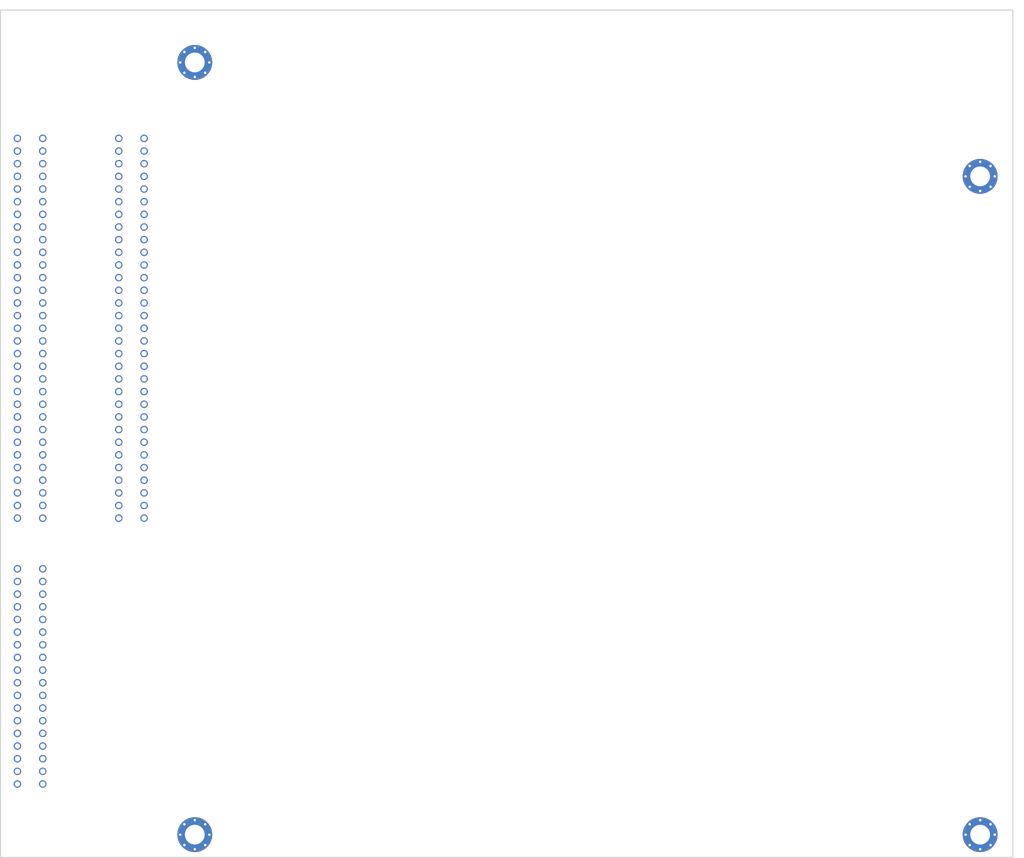
<source format=kicad_pcb>
(kicad_pcb (version 20240108) (generator "pcbnew") (generator_version "8.0")
  (footprint "8bISA" (layer "F.Cu") (at 111.7552 15.24 0)
    (pad "A1" thru_hole circle (at 2.54 0) (size 1.5 1.5) (drill 1.016) (layers "*.Cu" "*.Mask"))
    (pad "A2" thru_hole circle (at 2.54 2.54) (size 1.5 1.5) (drill 1.016) (layers "*.Cu" "*.Mask"))
    (pad "A3" thru_hole circle (at 2.54 5.08) (size 1.5 1.5) (drill 1.016) (layers "*.Cu" "*.Mask"))
    (pad "A4" thru_hole circle (at 2.54 7.62) (size 1.5 1.5) (drill 1.016) (layers "*.Cu" "*.Mask"))
    (pad "A5" thru_hole circle (at 2.54 10.16) (size 1.5 1.5) (drill 1.016) (layers "*.Cu" "*.Mask"))
    (pad "A6" thru_hole circle (at 2.54 12.70) (size 1.5 1.5) (drill 1.016) (layers "*.Cu" "*.Mask"))
    (pad "A7" thru_hole circle (at 2.54 15.24) (size 1.5 1.5) (drill 1.016) (layers "*.Cu" "*.Mask"))
    (pad "A8" thru_hole circle (at 2.54 17.78) (size 1.5 1.5) (drill 1.016) (layers "*.Cu" "*.Mask"))
    (pad "A9" thru_hole circle (at 2.54 20.32) (size 1.5 1.5) (drill 1.016) (layers "*.Cu" "*.Mask"))
    (pad "A10" thru_hole circle (at 2.54 22.86) (size 1.5 1.5) (drill 1.016) (layers "*.Cu" "*.Mask"))
    (pad "A11" thru_hole circle (at 2.54 25.40) (size 1.5 1.5) (drill 1.016) (layers "*.Cu" "*.Mask"))
    (pad "A12" thru_hole circle (at 2.54 27.94) (size 1.5 1.5) (drill 1.016) (layers "*.Cu" "*.Mask"))
    (pad "A13" thru_hole circle (at 2.54 30.48) (size 1.5 1.5) (drill 1.016) (layers "*.Cu" "*.Mask"))
    (pad "A14" thru_hole circle (at 2.54 33.02) (size 1.5 1.5) (drill 1.016) (layers "*.Cu" "*.Mask"))
    (pad "A15" thru_hole circle (at 2.54 35.56) (size 1.5 1.5) (drill 1.016) (layers "*.Cu" "*.Mask"))
    (pad "A16" thru_hole circle (at 2.54 38.10) (size 1.5 1.5) (drill 1.016) (layers "*.Cu" "*.Mask"))
    (pad "A17" thru_hole circle (at 2.54 40.64) (size 1.5 1.5) (drill 1.016) (layers "*.Cu" "*.Mask"))
    (pad "A18" thru_hole circle (at 2.54 43.18) (size 1.5 1.5) (drill 1.016) (layers "*.Cu" "*.Mask"))
    (pad "A19" thru_hole circle (at 2.54 45.72) (size 1.5 1.5) (drill 1.016) (layers "*.Cu" "*.Mask"))
    (pad "A20" thru_hole circle (at 2.54 48.26) (size 1.5 1.5) (drill 1.016) (layers "*.Cu" "*.Mask"))
    (pad "A21" thru_hole circle (at 2.54 50.80) (size 1.5 1.5) (drill 1.016) (layers "*.Cu" "*.Mask"))
    (pad "A22" thru_hole circle (at 2.54 53.34) (size 1.5 1.5) (drill 1.016) (layers "*.Cu" "*.Mask"))
    (pad "A23" thru_hole circle (at 2.54 55.88) (size 1.5 1.5) (drill 1.016) (layers "*.Cu" "*.Mask"))
    (pad "A24" thru_hole circle (at 2.54 58.42) (size 1.5 1.5) (drill 1.016) (layers "*.Cu" "*.Mask"))
    (pad "A25" thru_hole circle (at 2.54 60.96) (size 1.5 1.5) (drill 1.016) (layers "*.Cu" "*.Mask"))
    (pad "A26" thru_hole circle (at 2.54 63.50) (size 1.5 1.5) (drill 1.016) (layers "*.Cu" "*.Mask"))
    (pad "A27" thru_hole circle (at 2.54 66.04) (size 1.5 1.5) (drill 1.016) (layers "*.Cu" "*.Mask"))
    (pad "A28" thru_hole circle (at 2.54 68.58) (size 1.5 1.5) (drill 1.016) (layers "*.Cu" "*.Mask"))
    (pad "A29" thru_hole circle (at 2.54 71.12) (size 1.5 1.5) (drill 1.016) (layers "*.Cu" "*.Mask"))
    (pad "A30" thru_hole circle (at 2.54 73.66) (size 1.5 1.5) (drill 1.016) (layers "*.Cu" "*.Mask"))
    (pad "A31" thru_hole circle (at 2.54 76.20) (size 1.5 1.5) (drill 1.016) (layers "*.Cu" "*.Mask"))
    (pad "B1" thru_hole circle (at -2.54 0) (size 1.5 1.5) (drill 1.016) (layers "*.Cu" "*.Mask"))
    (pad "B2" thru_hole circle (at -2.54 2.54) (size 1.5 1.5) (drill 1.016) (layers "*.Cu" "*.Mask"))
    (pad "B3" thru_hole circle (at -2.54 5.08) (size 1.5 1.5) (drill 1.016) (layers "*.Cu" "*.Mask"))
    (pad "B4" thru_hole circle (at -2.54 7.62) (size 1.5 1.5) (drill 1.016) (layers "*.Cu" "*.Mask"))
    (pad "B5" thru_hole circle (at -2.54 10.16) (size 1.5 1.5) (drill 1.016) (layers "*.Cu" "*.Mask"))
    (pad "B6" thru_hole circle (at -2.54 12.70) (size 1.5 1.5) (drill 1.016) (layers "*.Cu" "*.Mask"))
    (pad "B7" thru_hole circle (at -2.54 15.24) (size 1.5 1.5) (drill 1.016) (layers "*.Cu" "*.Mask"))
    (pad "B8" thru_hole circle (at -2.54 17.78) (size 1.5 1.5) (drill 1.016) (layers "*.Cu" "*.Mask"))
    (pad "B9" thru_hole circle (at -2.54 20.32) (size 1.5 1.5) (drill 1.016) (layers "*.Cu" "*.Mask"))
    (pad "B10" thru_hole circle (at -2.54 22.86) (size 1.5 1.5) (drill 1.016) (layers "*.Cu" "*.Mask"))
    (pad "B11" thru_hole circle (at -2.54 25.40) (size 1.5 1.5) (drill 1.016) (layers "*.Cu" "*.Mask"))
    (pad "B12" thru_hole circle (at -2.54 27.94) (size 1.5 1.5) (drill 1.016) (layers "*.Cu" "*.Mask"))
    (pad "B13" thru_hole circle (at -2.54 30.48) (size 1.5 1.5) (drill 1.016) (layers "*.Cu" "*.Mask"))
    (pad "B14" thru_hole circle (at -2.54 33.02) (size 1.5 1.5) (drill 1.016) (layers "*.Cu" "*.Mask"))
    (pad "B15" thru_hole circle (at -2.54 35.56) (size 1.5 1.5) (drill 1.016) (layers "*.Cu" "*.Mask"))
    (pad "B16" thru_hole circle (at -2.54 38.10) (size 1.5 1.5) (drill 1.016) (layers "*.Cu" "*.Mask"))
    (pad "B17" thru_hole circle (at -2.54 40.64) (size 1.5 1.5) (drill 1.016) (layers "*.Cu" "*.Mask"))
    (pad "B18" thru_hole circle (at -2.54 43.18) (size 1.5 1.5) (drill 1.016) (layers "*.Cu" "*.Mask"))
    (pad "B19" thru_hole circle (at -2.54 45.72) (size 1.5 1.5) (drill 1.016) (layers "*.Cu" "*.Mask"))
    (pad "B20" thru_hole circle (at -2.54 48.26) (size 1.5 1.5) (drill 1.016) (layers "*.Cu" "*.Mask"))
    (pad "B21" thru_hole circle (at -2.54 50.80) (size 1.5 1.5) (drill 1.016) (layers "*.Cu" "*.Mask"))
    (pad "B22" thru_hole circle (at -2.54 53.34) (size 1.5 1.5) (drill 1.016) (layers "*.Cu" "*.Mask"))
    (pad "B23" thru_hole circle (at -2.54 55.88) (size 1.5 1.5) (drill 1.016) (layers "*.Cu" "*.Mask"))
    (pad "B24" thru_hole circle (at -2.54 58.42) (size 1.5 1.5) (drill 1.016) (layers "*.Cu" "*.Mask"))
    (pad "B25" thru_hole circle (at -2.54 60.96) (size 1.5 1.5) (drill 1.016) (layers "*.Cu" "*.Mask"))
    (pad "B26" thru_hole circle (at -2.54 63.50) (size 1.5 1.5) (drill 1.016) (layers "*.Cu" "*.Mask"))
    (pad "B27" thru_hole circle (at -2.54 66.04) (size 1.5 1.5) (drill 1.016) (layers "*.Cu" "*.Mask"))
    (pad "B28" thru_hole circle (at -2.54 68.58) (size 1.5 1.5) (drill 1.016) (layers "*.Cu" "*.Mask"))
    (pad "B29" thru_hole circle (at -2.54 71.12) (size 1.5 1.5) (drill 1.016) (layers "*.Cu" "*.Mask"))
    (pad "B30" thru_hole circle (at -2.54 73.66) (size 1.5 1.5) (drill 1.016) (layers "*.Cu" "*.Mask"))
    (pad "B31" thru_hole circle (at -2.54 76.20) (size 1.5 1.5) (drill 1.016) (layers "*.Cu" "*.Mask"))
  )
  (footprint "16bISA" (layer "F.Cu") (at 91.4352 15.24 0)
    (pad "A1" thru_hole circle (at 2.54 0) (size 1.5 1.5) (drill 1.016) (layers "*.Cu" "*.Mask"))
    (pad "A2" thru_hole circle (at 2.54 2.54) (size 1.5 1.5) (drill 1.016) (layers "*.Cu" "*.Mask"))
    (pad "A3" thru_hole circle (at 2.54 5.08) (size 1.5 1.5) (drill 1.016) (layers "*.Cu" "*.Mask"))
    (pad "A4" thru_hole circle (at 2.54 7.62) (size 1.5 1.5) (drill 1.016) (layers "*.Cu" "*.Mask"))
    (pad "A5" thru_hole circle (at 2.54 10.16) (size 1.5 1.5) (drill 1.016) (layers "*.Cu" "*.Mask"))
    (pad "A6" thru_hole circle (at 2.54 12.70) (size 1.5 1.5) (drill 1.016) (layers "*.Cu" "*.Mask"))
    (pad "A7" thru_hole circle (at 2.54 15.24) (size 1.5 1.5) (drill 1.016) (layers "*.Cu" "*.Mask"))
    (pad "A8" thru_hole circle (at 2.54 17.78) (size 1.5 1.5) (drill 1.016) (layers "*.Cu" "*.Mask"))
    (pad "A9" thru_hole circle (at 2.54 20.32) (size 1.5 1.5) (drill 1.016) (layers "*.Cu" "*.Mask"))
    (pad "A10" thru_hole circle (at 2.54 22.86) (size 1.5 1.5) (drill 1.016) (layers "*.Cu" "*.Mask"))
    (pad "A11" thru_hole circle (at 2.54 25.40) (size 1.5 1.5) (drill 1.016) (layers "*.Cu" "*.Mask"))
    (pad "A12" thru_hole circle (at 2.54 27.94) (size 1.5 1.5) (drill 1.016) (layers "*.Cu" "*.Mask"))
    (pad "A13" thru_hole circle (at 2.54 30.48) (size 1.5 1.5) (drill 1.016) (layers "*.Cu" "*.Mask"))
    (pad "A14" thru_hole circle (at 2.54 33.02) (size 1.5 1.5) (drill 1.016) (layers "*.Cu" "*.Mask"))
    (pad "A15" thru_hole circle (at 2.54 35.56) (size 1.5 1.5) (drill 1.016) (layers "*.Cu" "*.Mask"))
    (pad "A16" thru_hole circle (at 2.54 38.10) (size 1.5 1.5) (drill 1.016) (layers "*.Cu" "*.Mask"))
    (pad "A17" thru_hole circle (at 2.54 40.64) (size 1.5 1.5) (drill 1.016) (layers "*.Cu" "*.Mask"))
    (pad "A18" thru_hole circle (at 2.54 43.18) (size 1.5 1.5) (drill 1.016) (layers "*.Cu" "*.Mask"))
    (pad "A19" thru_hole circle (at 2.54 45.72) (size 1.5 1.5) (drill 1.016) (layers "*.Cu" "*.Mask"))
    (pad "A20" thru_hole circle (at 2.54 48.26) (size 1.5 1.5) (drill 1.016) (layers "*.Cu" "*.Mask"))
    (pad "A21" thru_hole circle (at 2.54 50.80) (size 1.5 1.5) (drill 1.016) (layers "*.Cu" "*.Mask"))
    (pad "A22" thru_hole circle (at 2.54 53.34) (size 1.5 1.5) (drill 1.016) (layers "*.Cu" "*.Mask"))
    (pad "A23" thru_hole circle (at 2.54 55.88) (size 1.5 1.5) (drill 1.016) (layers "*.Cu" "*.Mask"))
    (pad "A24" thru_hole circle (at 2.54 58.42) (size 1.5 1.5) (drill 1.016) (layers "*.Cu" "*.Mask"))
    (pad "A25" thru_hole circle (at 2.54 60.96) (size 1.5 1.5) (drill 1.016) (layers "*.Cu" "*.Mask"))
    (pad "A26" thru_hole circle (at 2.54 63.50) (size 1.5 1.5) (drill 1.016) (layers "*.Cu" "*.Mask"))
    (pad "A27" thru_hole circle (at 2.54 66.04) (size 1.5 1.5) (drill 1.016) (layers "*.Cu" "*.Mask"))
    (pad "A28" thru_hole circle (at 2.54 68.58) (size 1.5 1.5) (drill 1.016) (layers "*.Cu" "*.Mask"))
    (pad "A29" thru_hole circle (at 2.54 71.12) (size 1.5 1.5) (drill 1.016) (layers "*.Cu" "*.Mask"))
    (pad "A30" thru_hole circle (at 2.54 73.66) (size 1.5 1.5) (drill 1.016) (layers "*.Cu" "*.Mask"))
    (pad "A31" thru_hole circle (at 2.54 76.20) (size 1.5 1.5) (drill 1.016) (layers "*.Cu" "*.Mask"))
    (pad "A32" thru_hole circle (at 2.54 86.36) (size 1.5 1.5) (drill 1.016) (layers "*.Cu" "*.Mask"))
    (pad "A33" thru_hole circle (at 2.54 88.90) (size 1.5 1.5) (drill 1.016) (layers "*.Cu" "*.Mask"))
    (pad "A34" thru_hole circle (at 2.54 91.44) (size 1.5 1.5) (drill 1.016) (layers "*.Cu" "*.Mask"))
    (pad "A35" thru_hole circle (at 2.54 93.98) (size 1.5 1.5) (drill 1.016) (layers "*.Cu" "*.Mask"))
    (pad "A36" thru_hole circle (at 2.54 96.52) (size 1.5 1.5) (drill 1.016) (layers "*.Cu" "*.Mask"))
    (pad "A37" thru_hole circle (at 2.54 99.06) (size 1.5 1.5) (drill 1.016) (layers "*.Cu" "*.Mask"))
    (pad "A38" thru_hole circle (at 2.54 101.60) (size 1.5 1.5) (drill 1.016) (layers "*.Cu" "*.Mask"))
    (pad "A39" thru_hole circle (at 2.54 104.14) (size 1.5 1.5) (drill 1.016) (layers "*.Cu" "*.Mask"))
    (pad "A40" thru_hole circle (at 2.54 106.68) (size 1.5 1.5) (drill 1.016) (layers "*.Cu" "*.Mask"))
    (pad "A41" thru_hole circle (at 2.54 109.22) (size 1.5 1.5) (drill 1.016) (layers "*.Cu" "*.Mask"))
    (pad "A42" thru_hole circle (at 2.54 111.76) (size 1.5 1.5) (drill 1.016) (layers "*.Cu" "*.Mask"))
    (pad "A43" thru_hole circle (at 2.54 114.30) (size 1.5 1.5) (drill 1.016) (layers "*.Cu" "*.Mask"))
    (pad "A44" thru_hole circle (at 2.54 116.84) (size 1.5 1.5) (drill 1.016) (layers "*.Cu" "*.Mask"))
    (pad "A45" thru_hole circle (at 2.54 119.38) (size 1.5 1.5) (drill 1.016) (layers "*.Cu" "*.Mask"))
    (pad "A46" thru_hole circle (at 2.54 121.92) (size 1.5 1.5) (drill 1.016) (layers "*.Cu" "*.Mask"))
    (pad "A47" thru_hole circle (at 2.54 124.46) (size 1.5 1.5) (drill 1.016) (layers "*.Cu" "*.Mask"))
    (pad "A48" thru_hole circle (at 2.54 127.00) (size 1.5 1.5) (drill 1.016) (layers "*.Cu" "*.Mask"))
    (pad "A49" thru_hole circle (at 2.54 129.54) (size 1.5 1.5) (drill 1.016) (layers "*.Cu" "*.Mask"))
    (pad "B1" thru_hole circle (at -2.54 0) (size 1.5 1.5) (drill 1.016) (layers "*.Cu" "*.Mask"))
    (pad "B2" thru_hole circle (at -2.54 2.54) (size 1.5 1.5) (drill 1.016) (layers "*.Cu" "*.Mask"))
    (pad "B3" thru_hole circle (at -2.54 5.08) (size 1.5 1.5) (drill 1.016) (layers "*.Cu" "*.Mask"))
    (pad "B4" thru_hole circle (at -2.54 7.62) (size 1.5 1.5) (drill 1.016) (layers "*.Cu" "*.Mask"))
    (pad "B5" thru_hole circle (at -2.54 10.16) (size 1.5 1.5) (drill 1.016) (layers "*.Cu" "*.Mask"))
    (pad "B6" thru_hole circle (at -2.54 12.70) (size 1.5 1.5) (drill 1.016) (layers "*.Cu" "*.Mask"))
    (pad "B7" thru_hole circle (at -2.54 15.24) (size 1.5 1.5) (drill 1.016) (layers "*.Cu" "*.Mask"))
    (pad "B8" thru_hole circle (at -2.54 17.78) (size 1.5 1.5) (drill 1.016) (layers "*.Cu" "*.Mask"))
    (pad "B9" thru_hole circle (at -2.54 20.32) (size 1.5 1.5) (drill 1.016) (layers "*.Cu" "*.Mask"))
    (pad "B10" thru_hole circle (at -2.54 22.86) (size 1.5 1.5) (drill 1.016) (layers "*.Cu" "*.Mask"))
    (pad "B11" thru_hole circle (at -2.54 25.40) (size 1.5 1.5) (drill 1.016) (layers "*.Cu" "*.Mask"))
    (pad "B12" thru_hole circle (at -2.54 27.94) (size 1.5 1.5) (drill 1.016) (layers "*.Cu" "*.Mask"))
    (pad "B13" thru_hole circle (at -2.54 30.48) (size 1.5 1.5) (drill 1.016) (layers "*.Cu" "*.Mask"))
    (pad "B14" thru_hole circle (at -2.54 33.02) (size 1.5 1.5) (drill 1.016) (layers "*.Cu" "*.Mask"))
    (pad "B15" thru_hole circle (at -2.54 35.56) (size 1.5 1.5) (drill 1.016) (layers "*.Cu" "*.Mask"))
    (pad "B16" thru_hole circle (at -2.54 38.10) (size 1.5 1.5) (drill 1.016) (layers "*.Cu" "*.Mask"))
    (pad "B17" thru_hole circle (at -2.54 40.64) (size 1.5 1.5) (drill 1.016) (layers "*.Cu" "*.Mask"))
    (pad "B18" thru_hole circle (at -2.54 43.18) (size 1.5 1.5) (drill 1.016) (layers "*.Cu" "*.Mask"))
    (pad "B19" thru_hole circle (at -2.54 45.72) (size 1.5 1.5) (drill 1.016) (layers "*.Cu" "*.Mask"))
    (pad "B20" thru_hole circle (at -2.54 48.26) (size 1.5 1.5) (drill 1.016) (layers "*.Cu" "*.Mask"))
    (pad "B21" thru_hole circle (at -2.54 50.80) (size 1.5 1.5) (drill 1.016) (layers "*.Cu" "*.Mask"))
    (pad "B22" thru_hole circle (at -2.54 53.34) (size 1.5 1.5) (drill 1.016) (layers "*.Cu" "*.Mask"))
    (pad "B23" thru_hole circle (at -2.54 55.88) (size 1.5 1.5) (drill 1.016) (layers "*.Cu" "*.Mask"))
    (pad "B24" thru_hole circle (at -2.54 58.42) (size 1.5 1.5) (drill 1.016) (layers "*.Cu" "*.Mask"))
    (pad "B25" thru_hole circle (at -2.54 60.96) (size 1.5 1.5) (drill 1.016) (layers "*.Cu" "*.Mask"))
    (pad "B26" thru_hole circle (at -2.54 63.50) (size 1.5 1.5) (drill 1.016) (layers "*.Cu" "*.Mask"))
    (pad "B27" thru_hole circle (at -2.54 66.04) (size 1.5 1.5) (drill 1.016) (layers "*.Cu" "*.Mask"))
    (pad "B28" thru_hole circle (at -2.54 68.58) (size 1.5 1.5) (drill 1.016) (layers "*.Cu" "*.Mask"))
    (pad "B29" thru_hole circle (at -2.54 71.12) (size 1.5 1.5) (drill 1.016) (layers "*.Cu" "*.Mask"))
    (pad "B30" thru_hole circle (at -2.54 73.66) (size 1.5 1.5) (drill 1.016) (layers "*.Cu" "*.Mask"))
    (pad "B31" thru_hole circle (at -2.54 76.20) (size 1.5 1.5) (drill 1.016) (layers "*.Cu" "*.Mask"))
    (pad "B32" thru_hole circle (at -2.54 86.36) (size 1.5 1.5) (drill 1.016) (layers "*.Cu" "*.Mask"))
    (pad "B33" thru_hole circle (at -2.54 88.90) (size 1.5 1.5) (drill 1.016) (layers "*.Cu" "*.Mask"))
    (pad "B34" thru_hole circle (at -2.54 91.44) (size 1.5 1.5) (drill 1.016) (layers "*.Cu" "*.Mask"))
    (pad "B35" thru_hole circle (at -2.54 93.98) (size 1.5 1.5) (drill 1.016) (layers "*.Cu" "*.Mask"))
    (pad "B36" thru_hole circle (at -2.54 96.52) (size 1.5 1.5) (drill 1.016) (layers "*.Cu" "*.Mask"))
    (pad "B37" thru_hole circle (at -2.54 99.06) (size 1.5 1.5) (drill 1.016) (layers "*.Cu" "*.Mask"))
    (pad "B38" thru_hole circle (at -2.54 101.60) (size 1.5 1.5) (drill 1.016) (layers "*.Cu" "*.Mask"))
    (pad "B39" thru_hole circle (at -2.54 104.14) (size 1.5 1.5) (drill 1.016) (layers "*.Cu" "*.Mask"))
    (pad "B40" thru_hole circle (at -2.54 106.68) (size 1.5 1.5) (drill 1.016) (layers "*.Cu" "*.Mask"))
    (pad "B41" thru_hole circle (at -2.54 109.22) (size 1.5 1.5) (drill 1.016) (layers "*.Cu" "*.Mask"))
    (pad "B42" thru_hole circle (at -2.54 111.76) (size 1.5 1.5) (drill 1.016) (layers "*.Cu" "*.Mask"))
    (pad "B43" thru_hole circle (at -2.54 114.30) (size 1.5 1.5) (drill 1.016) (layers "*.Cu" "*.Mask"))
    (pad "B44" thru_hole circle (at -2.54 116.84) (size 1.5 1.5) (drill 1.016) (layers "*.Cu" "*.Mask"))
    (pad "B45" thru_hole circle (at -2.54 119.38) (size 1.5 1.5) (drill 1.016) (layers "*.Cu" "*.Mask"))
    (pad "B46" thru_hole circle (at -2.54 121.92) (size 1.5 1.5) (drill 1.016) (layers "*.Cu" "*.Mask"))
    (pad "B47" thru_hole circle (at -2.54 124.46) (size 1.5 1.5) (drill 1.016) (layers "*.Cu" "*.Mask"))
    (pad "B48" thru_hole circle (at -2.54 127.00) (size 1.5 1.5) (drill 1.016) (layers "*.Cu" "*.Mask"))
    (pad "B49" thru_hole circle (at -2.54 129.54) (size 1.5 1.5) (drill 1.016) (layers "*.Cu" "*.Mask"))
  )
  (footprint "HOLE" (layer "F.Cu") (at 124.46 0 0)
    (pad "" thru_hole circle (at 0 0) (size 7 7) (drill 3.9624) (layers "*.Cu" "*.Mask"))
    (pad "" thru_hole circle (at 0 2.921) (size 0.6 0.6) (drill 0.5) (layers "*.Cu" "*.Mask"))
    (pad "" thru_hole circle (at 0 -2.921) (size 0.6 0.6) (drill 0.5) (layers "*.Cu" "*.Mask"))
    (pad "" thru_hole circle (at 2.921 0) (size 0.6 0.6) (drill 0.5) (layers "*.Cu" "*.Mask"))
    (pad "" thru_hole circle (at -2.921 0) (size 0.6 0.6) (drill 0.5) (layers "*.Cu" "*.Mask"))
    (pad "" thru_hole circle (at 2.0828 2.0828) (size 0.6 0.6) (drill 0.5) (layers "*.Cu" "*.Mask"))
    (pad "" thru_hole circle (at -2.0828 2.0828) (size 0.6 0.6) (drill 0.5) (layers "*.Cu" "*.Mask"))
    (pad "" thru_hole circle (at 2.0828 -2.0828) (size 0.6 0.6) (drill 0.5) (layers "*.Cu" "*.Mask"))
    (pad "" thru_hole circle (at -2.0828 -2.0828) (size 0.6 0.6) (drill 0.5) (layers "*.Cu" "*.Mask"))
  )
  (footprint "HOLE" (layer "F.Cu") (at 281.94 22.86 0)
    (pad "" thru_hole circle (at 0 0) (size 7 7) (drill 3.9624) (layers "*.Cu" "*.Mask"))
    (pad "" thru_hole circle (at 0 2.921) (size 0.6 0.6) (drill 0.5) (layers "*.Cu" "*.Mask"))
    (pad "" thru_hole circle (at 0 -2.921) (size 0.6 0.6) (drill 0.5) (layers "*.Cu" "*.Mask"))
    (pad "" thru_hole circle (at 2.921 0) (size 0.6 0.6) (drill 0.5) (layers "*.Cu" "*.Mask"))
    (pad "" thru_hole circle (at -2.921 0) (size 0.6 0.6) (drill 0.5) (layers "*.Cu" "*.Mask"))
    (pad "" thru_hole circle (at 2.0828 2.0828) (size 0.6 0.6) (drill 0.5) (layers "*.Cu" "*.Mask"))
    (pad "" thru_hole circle (at -2.0828 2.0828) (size 0.6 0.6) (drill 0.5) (layers "*.Cu" "*.Mask"))
    (pad "" thru_hole circle (at 2.0828 -2.0828) (size 0.6 0.6) (drill 0.5) (layers "*.Cu" "*.Mask"))
    (pad "" thru_hole circle (at -2.0828 -2.0828) (size 0.6 0.6) (drill 0.5) (layers "*.Cu" "*.Mask"))
  )
  (footprint "HOLE" (layer "F.Cu") (at 124.46 154.94 0)
    (pad "" thru_hole circle (at 0 0) (size 7 7) (drill 3.9624) (layers "*.Cu" "*.Mask"))
    (pad "" thru_hole circle (at 0 2.921) (size 0.6 0.6) (drill 0.5) (layers "*.Cu" "*.Mask"))
    (pad "" thru_hole circle (at 0 -2.921) (size 0.6 0.6) (drill 0.5) (layers "*.Cu" "*.Mask"))
    (pad "" thru_hole circle (at 2.921 0) (size 0.6 0.6) (drill 0.5) (layers "*.Cu" "*.Mask"))
    (pad "" thru_hole circle (at -2.921 0) (size 0.6 0.6) (drill 0.5) (layers "*.Cu" "*.Mask"))
    (pad "" thru_hole circle (at 2.0828 2.0828) (size 0.6 0.6) (drill 0.5) (layers "*.Cu" "*.Mask"))
    (pad "" thru_hole circle (at -2.0828 2.0828) (size 0.6 0.6) (drill 0.5) (layers "*.Cu" "*.Mask"))
    (pad "" thru_hole circle (at 2.0828 -2.0828) (size 0.6 0.6) (drill 0.5) (layers "*.Cu" "*.Mask"))
    (pad "" thru_hole circle (at -2.0828 -2.0828) (size 0.6 0.6) (drill 0.5) (layers "*.Cu" "*.Mask"))
  )
  (footprint "HOLE" (layer "F.Cu") (at 281.94 154.94 0)
    (pad "" thru_hole circle (at 0 0) (size 7 7) (drill 3.9624) (layers "*.Cu" "*.Mask"))
    (pad "" thru_hole circle (at 0 2.921) (size 0.6 0.6) (drill 0.5) (layers "*.Cu" "*.Mask"))
    (pad "" thru_hole circle (at 0 -2.921) (size 0.6 0.6) (drill 0.5) (layers "*.Cu" "*.Mask"))
    (pad "" thru_hole circle (at 2.921 0) (size 0.6 0.6) (drill 0.5) (layers "*.Cu" "*.Mask"))
    (pad "" thru_hole circle (at -2.921 0) (size 0.6 0.6) (drill 0.5) (layers "*.Cu" "*.Mask"))
    (pad "" thru_hole circle (at 2.0828 2.0828) (size 0.6 0.6) (drill 0.5) (layers "*.Cu" "*.Mask"))
    (pad "" thru_hole circle (at -2.0828 2.0828) (size 0.6 0.6) (drill 0.5) (layers "*.Cu" "*.Mask"))
    (pad "" thru_hole circle (at 2.0828 -2.0828) (size 0.6 0.6) (drill 0.5) (layers "*.Cu" "*.Mask"))
    (pad "" thru_hole circle (at -2.0828 -2.0828) (size 0.6 0.6) (drill 0.5) (layers "*.Cu" "*.Mask"))
  )
  (gr_rect (start 288.5 -10.5) (end 85.5 159.5) (stroke (width 0.2)) (fill none) (layer "Edge.Cuts"))
)
</source>
